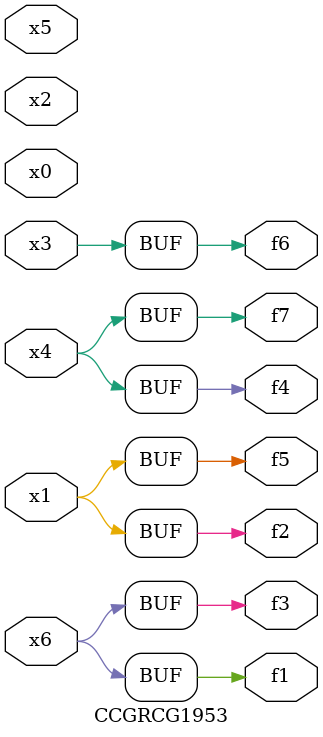
<source format=v>
module CCGRCG1953(
	input x0, x1, x2, x3, x4, x5, x6,
	output f1, f2, f3, f4, f5, f6, f7
);
	assign f1 = x6;
	assign f2 = x1;
	assign f3 = x6;
	assign f4 = x4;
	assign f5 = x1;
	assign f6 = x3;
	assign f7 = x4;
endmodule

</source>
